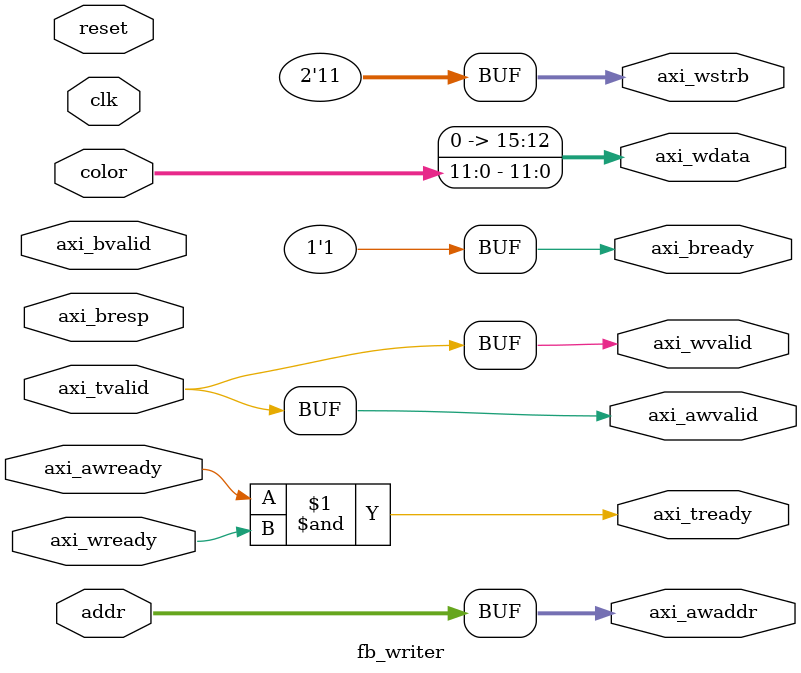
<source format=sv>
`ifndef FB_WRITER_V
`define FB_WRITER_V

`include "directives.sv"

module fb_writer #(
    parameter PIXEL_BITS     = 12,
    parameter AXI_ADDR_WIDTH = 20,
    parameter AXI_DATA_WIDTH = 16
) (
    // Because we are pure passthrough, we don't actually need to use the
    // clock. But, keep the signal, just in case we ever do.
    //
    // verilator lint_off UNUSEDSIGNAL
    input logic clk,
    input logic reset,
    // verilator lint_on UNUSEDSIGNAL

    // axi stream handshake for the pixel
    input  logic axi_tvalid,
    output logic axi_tready,

    // pixel
    input logic [AXI_ADDR_WIDTH-1:0] addr,
    input logic [    PIXEL_BITS-1:0] color,

    //
    // The AXI interface backing the frame buffer.
    // This module is the master.
    //
    output logic [        AXI_ADDR_WIDTH-1:0] axi_awaddr,
    output logic                              axi_awvalid,
    input  logic                              axi_awready,
    output logic [        AXI_DATA_WIDTH-1:0] axi_wdata,
    output logic [((AXI_DATA_WIDTH+7)/8)-1:0] axi_wstrb,
    output logic                              axi_wvalid,
    input  logic                              axi_wready,
    output logic                              axi_bready,
    // verilator lint_off UNUSEDSIGNAL
    input  logic                              axi_bvalid,
    input  logic [                       1:0] axi_bresp
    // verilator lint_on UNUSEDSIGNAL
);

  assign axi_awvalid = axi_tvalid;
  assign axi_awaddr  = addr;

  assign axi_wvalid  = axi_tvalid;
  assign axi_wdata   = {{(AXI_DATA_WIDTH - PIXEL_BITS) {1'b0}}, color};

  // We're always ready for a response...because we ignore it ¯\_(ツ)_/¯)
  assign axi_bready  = 1'b1;
  assign axi_wstrb   = {((AXI_DATA_WIDTH + 7) / 8) {1'b1}};

  assign axi_tready  = (axi_awready & axi_wready);

endmodule

`endif

</source>
